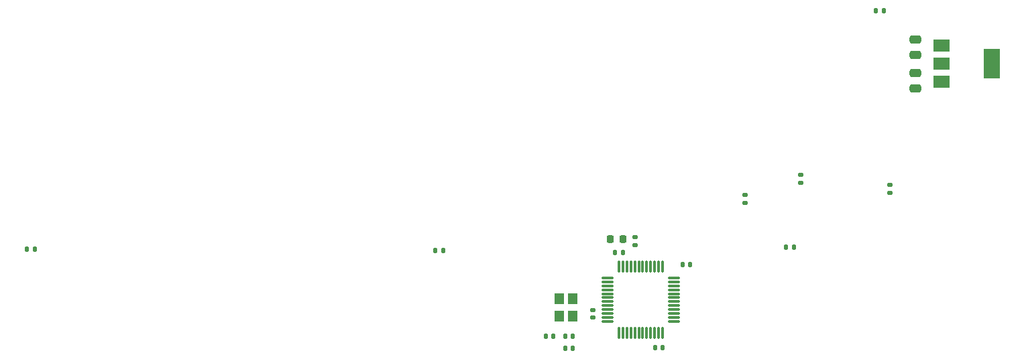
<source format=gbr>
%TF.GenerationSoftware,KiCad,Pcbnew,(6.0.5)*%
%TF.CreationDate,2022-08-19T06:06:55-03:00*%
%TF.ProjectId,chess_clock_proj,63686573-735f-4636-9c6f-636b5f70726f,v1.0*%
%TF.SameCoordinates,Original*%
%TF.FileFunction,Paste,Top*%
%TF.FilePolarity,Positive*%
%FSLAX46Y46*%
G04 Gerber Fmt 4.6, Leading zero omitted, Abs format (unit mm)*
G04 Created by KiCad (PCBNEW (6.0.5)) date 2022-08-19 06:06:55*
%MOMM*%
%LPD*%
G01*
G04 APERTURE LIST*
G04 Aperture macros list*
%AMRoundRect*
0 Rectangle with rounded corners*
0 $1 Rounding radius*
0 $2 $3 $4 $5 $6 $7 $8 $9 X,Y pos of 4 corners*
0 Add a 4 corners polygon primitive as box body*
4,1,4,$2,$3,$4,$5,$6,$7,$8,$9,$2,$3,0*
0 Add four circle primitives for the rounded corners*
1,1,$1+$1,$2,$3*
1,1,$1+$1,$4,$5*
1,1,$1+$1,$6,$7*
1,1,$1+$1,$8,$9*
0 Add four rect primitives between the rounded corners*
20,1,$1+$1,$2,$3,$4,$5,0*
20,1,$1+$1,$4,$5,$6,$7,0*
20,1,$1+$1,$6,$7,$8,$9,0*
20,1,$1+$1,$8,$9,$2,$3,0*%
G04 Aperture macros list end*
%ADD10RoundRect,0.135000X0.135000X0.185000X-0.135000X0.185000X-0.135000X-0.185000X0.135000X-0.185000X0*%
%ADD11RoundRect,0.140000X0.170000X-0.140000X0.170000X0.140000X-0.170000X0.140000X-0.170000X-0.140000X0*%
%ADD12RoundRect,0.225000X-0.225000X-0.250000X0.225000X-0.250000X0.225000X0.250000X-0.225000X0.250000X0*%
%ADD13RoundRect,0.135000X-0.185000X0.135000X-0.185000X-0.135000X0.185000X-0.135000X0.185000X0.135000X0*%
%ADD14RoundRect,0.135000X-0.135000X-0.185000X0.135000X-0.185000X0.135000X0.185000X-0.135000X0.185000X0*%
%ADD15RoundRect,0.250000X0.475000X-0.250000X0.475000X0.250000X-0.475000X0.250000X-0.475000X-0.250000X0*%
%ADD16R,2.000000X1.500000*%
%ADD17R,2.000000X3.800000*%
%ADD18RoundRect,0.135000X0.185000X-0.135000X0.185000X0.135000X-0.185000X0.135000X-0.185000X-0.135000X0*%
%ADD19RoundRect,0.075000X-0.662500X-0.075000X0.662500X-0.075000X0.662500X0.075000X-0.662500X0.075000X0*%
%ADD20RoundRect,0.075000X-0.075000X-0.662500X0.075000X-0.662500X0.075000X0.662500X-0.075000X0.662500X0*%
%ADD21RoundRect,0.140000X-0.140000X-0.170000X0.140000X-0.170000X0.140000X0.170000X-0.140000X0.170000X0*%
%ADD22R,1.200000X1.400000*%
%ADD23RoundRect,0.140000X0.140000X0.170000X-0.140000X0.170000X-0.140000X-0.170000X0.140000X-0.170000X0*%
G04 APERTURE END LIST*
D10*
%TO.C,R8*%
X205710000Y-66400000D03*
X204690000Y-66400000D03*
%TD*%
D11*
%TO.C,C3*%
X169000000Y-105180000D03*
X169000000Y-104220000D03*
%TD*%
D12*
%TO.C,C1*%
X171225000Y-95300000D03*
X172775000Y-95300000D03*
%TD*%
D13*
%TO.C,R4*%
X174300000Y-94990000D03*
X174300000Y-96010000D03*
%TD*%
D14*
%TO.C,R1*%
X149090000Y-96700000D03*
X150110000Y-96700000D03*
%TD*%
D15*
%TO.C,C9*%
X209710000Y-76180000D03*
X209710000Y-74280000D03*
%TD*%
D10*
%TO.C,R2*%
X98510000Y-96500000D03*
X97490000Y-96500000D03*
%TD*%
D15*
%TO.C,C10*%
X209710000Y-71980000D03*
X209710000Y-70080000D03*
%TD*%
D16*
%TO.C,U2*%
X213050000Y-70800000D03*
D17*
X219350000Y-73100000D03*
D16*
X213050000Y-73100000D03*
X213050000Y-75400000D03*
%TD*%
D18*
%TO.C,R5*%
X206500000Y-89410000D03*
X206500000Y-88390000D03*
%TD*%
D19*
%TO.C,U1*%
X170880000Y-100172500D03*
X170880000Y-100672500D03*
X170880000Y-101172500D03*
X170880000Y-101672500D03*
X170880000Y-102172500D03*
X170880000Y-102672500D03*
X170880000Y-103172500D03*
X170880000Y-103672500D03*
X170880000Y-104172500D03*
X170880000Y-104672500D03*
X170880000Y-105172500D03*
X170880000Y-105672500D03*
D20*
X172292500Y-107085000D03*
X172792500Y-107085000D03*
X173292500Y-107085000D03*
X173792500Y-107085000D03*
X174292500Y-107085000D03*
X174792500Y-107085000D03*
X175292500Y-107085000D03*
X175792500Y-107085000D03*
X176292500Y-107085000D03*
X176792500Y-107085000D03*
X177292500Y-107085000D03*
X177792500Y-107085000D03*
D19*
X179205000Y-105672500D03*
X179205000Y-105172500D03*
X179205000Y-104672500D03*
X179205000Y-104172500D03*
X179205000Y-103672500D03*
X179205000Y-103172500D03*
X179205000Y-102672500D03*
X179205000Y-102172500D03*
X179205000Y-101672500D03*
X179205000Y-101172500D03*
X179205000Y-100672500D03*
X179205000Y-100172500D03*
D20*
X177792500Y-98760000D03*
X177292500Y-98760000D03*
X176792500Y-98760000D03*
X176292500Y-98760000D03*
X175792500Y-98760000D03*
X175292500Y-98760000D03*
X174792500Y-98760000D03*
X174292500Y-98760000D03*
X173792500Y-98760000D03*
X173292500Y-98760000D03*
X172792500Y-98760000D03*
X172292500Y-98760000D03*
%TD*%
D21*
%TO.C,C2*%
X171820000Y-97000000D03*
X172780000Y-97000000D03*
%TD*%
D14*
%TO.C,R3*%
X193332500Y-96322500D03*
X194352500Y-96322500D03*
%TD*%
D21*
%TO.C,C4*%
X180320000Y-98500000D03*
X181280000Y-98500000D03*
%TD*%
D22*
%TO.C,Y1*%
X164762500Y-102822500D03*
X164762500Y-105022500D03*
X166462500Y-105022500D03*
X166462500Y-102822500D03*
%TD*%
D23*
%TO.C,C6*%
X166452500Y-109032500D03*
X165492500Y-109032500D03*
%TD*%
%TO.C,C5*%
X177812500Y-109000000D03*
X176852500Y-109000000D03*
%TD*%
D13*
%TO.C,R6*%
X188210000Y-89670000D03*
X188210000Y-90690000D03*
%TD*%
D21*
%TO.C,C7*%
X163052500Y-107522500D03*
X164012500Y-107522500D03*
%TD*%
D23*
%TO.C,C8*%
X166462500Y-107522500D03*
X165502500Y-107522500D03*
%TD*%
D13*
%TO.C,R7*%
X195247500Y-87137500D03*
X195247500Y-88157500D03*
%TD*%
M02*

</source>
